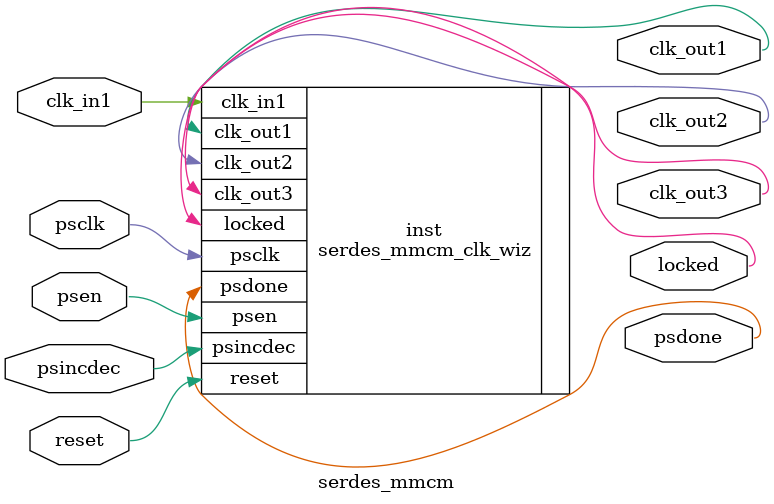
<source format=v>


`timescale 1ps/1ps

(* CORE_GENERATION_INFO = "serdes_mmcm,clk_wiz_v6_0_3_0_0,{component_name=serdes_mmcm,use_phase_alignment=true,use_min_o_jitter=false,use_max_i_jitter=false,use_dyn_phase_shift=true,use_inclk_switchover=false,use_dyn_reconfig=false,enable_axi=0,feedback_source=FDBK_AUTO,PRIMITIVE=MMCM,num_out_clk=3,clkin1_period=1.600,clkin2_period=10.0,use_power_down=false,use_reset=true,use_locked=true,use_inclk_stopped=false,feedback_type=SINGLE,CLOCK_MGR_TYPE=NA,manual_override=false}" *)

module serdes_mmcm 
 (
  // Clock out ports
  output        clk_out1,
  output        clk_out2,
  output        clk_out3,
  // Dynamic phase shift ports
  input         psclk,
  input         psen,
  input         psincdec,
  output        psdone,
  // Status and control signals
  input         reset,
  output        locked,
 // Clock in ports
  input         clk_in1
 );

  serdes_mmcm_clk_wiz inst
  (
  // Clock out ports  
  .clk_out1(clk_out1),
  .clk_out2(clk_out2),
  .clk_out3(clk_out3),
  // Dynamic phase shift ports                
  .psclk(psclk),
  .psen(psen),
  .psincdec(psincdec),
  .psdone(psdone),
  // Status and control signals               
  .reset(reset), 
  .locked(locked),
 // Clock in ports
  .clk_in1(clk_in1)
  );

endmodule

</source>
